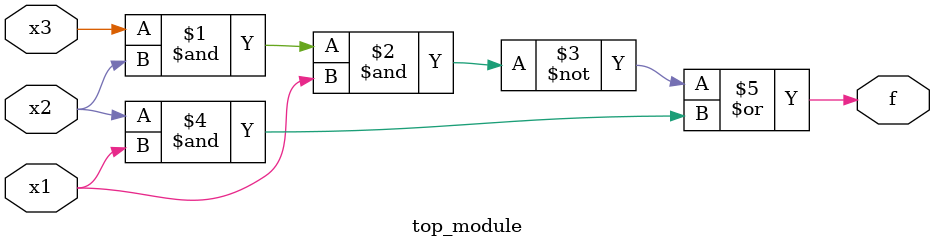
<source format=sv>
module top_module (
	input x3,
	input x2,
	input x1,
	output f
);

	assign f = (~(x3 & x2 & x1)) | (x2 & x1);

endmodule

</source>
